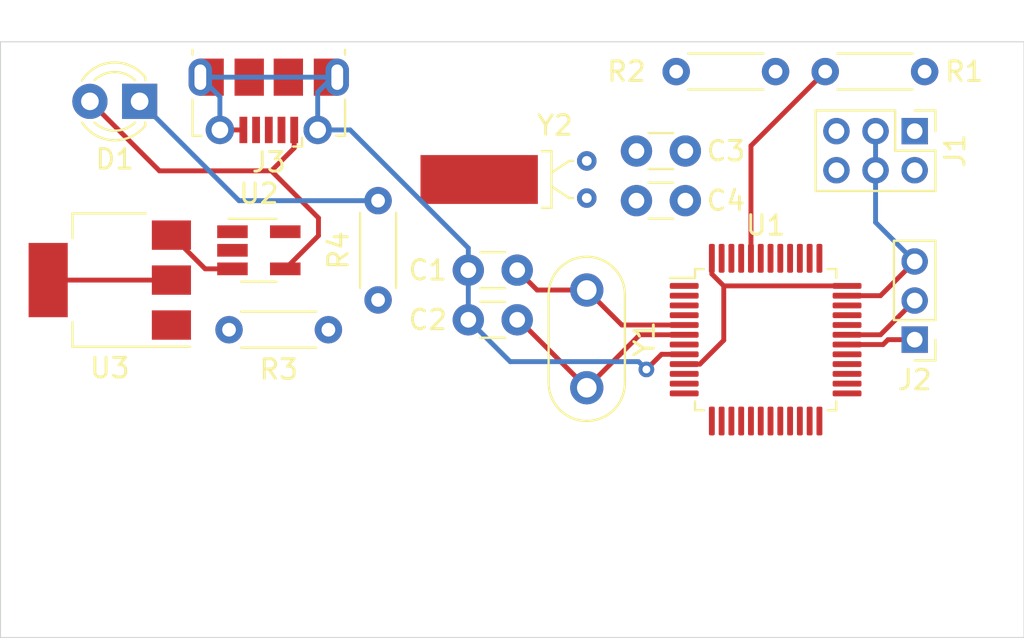
<source format=kicad_pcb>
(kicad_pcb (version 20171130) (host pcbnew "(5.1.10)-1")

  (general
    (thickness 1.6)
    (drawings 4)
    (tracks 55)
    (zones 0)
    (modules 17)
    (nets 18)
  )

  (page A4)
  (layers
    (0 F.Cu signal)
    (31 B.Cu signal)
    (32 B.Adhes user)
    (33 F.Adhes user)
    (34 B.Paste user)
    (35 F.Paste user)
    (36 B.SilkS user)
    (37 F.SilkS user)
    (38 B.Mask user)
    (39 F.Mask user)
    (40 Dwgs.User user)
    (41 Cmts.User user)
    (42 Eco1.User user)
    (43 Eco2.User user)
    (44 Edge.Cuts user)
    (45 Margin user)
    (46 B.CrtYd user)
    (47 F.CrtYd user)
    (48 B.Fab user)
    (49 F.Fab user)
  )

  (setup
    (last_trace_width 0.25)
    (trace_clearance 0.2)
    (zone_clearance 0.508)
    (zone_45_only no)
    (trace_min 0.2)
    (via_size 0.8)
    (via_drill 0.4)
    (via_min_size 0.4)
    (via_min_drill 0.3)
    (uvia_size 0.3)
    (uvia_drill 0.1)
    (uvias_allowed no)
    (uvia_min_size 0.2)
    (uvia_min_drill 0.1)
    (edge_width 0.05)
    (segment_width 0.2)
    (pcb_text_width 0.3)
    (pcb_text_size 1.5 1.5)
    (mod_edge_width 0.12)
    (mod_text_size 1 1)
    (mod_text_width 0.15)
    (pad_size 1.524 1.524)
    (pad_drill 0.762)
    (pad_to_mask_clearance 0)
    (aux_axis_origin 0 0)
    (visible_elements 7FFFFFFF)
    (pcbplotparams
      (layerselection 0x010fc_ffffffff)
      (usegerberextensions false)
      (usegerberattributes true)
      (usegerberadvancedattributes true)
      (creategerberjobfile true)
      (excludeedgelayer true)
      (linewidth 0.100000)
      (plotframeref false)
      (viasonmask false)
      (mode 1)
      (useauxorigin false)
      (hpglpennumber 1)
      (hpglpenspeed 20)
      (hpglpendiameter 15.000000)
      (psnegative false)
      (psa4output false)
      (plotreference true)
      (plotvalue true)
      (plotinvisibletext false)
      (padsonsilk false)
      (subtractmaskfromsilk false)
      (outputformat 1)
      (mirror false)
      (drillshape 1)
      (scaleselection 1)
      (outputdirectory ""))
  )

  (net 0 "")
  (net 1 GND)
  (net 2 "Net-(C1-Pad1)")
  (net 3 "Net-(C2-Pad1)")
  (net 4 "Net-(C3-Pad1)")
  (net 5 "Net-(C4-Pad1)")
  (net 6 VBUS)
  (net 7 "Net-(D1-Pad1)")
  (net 8 +3V3)
  (net 9 "Net-(J1-Pad5)")
  (net 10 "Net-(J1-Pad2)")
  (net 11 "Net-(J2-Pad2)")
  (net 12 "Net-(J2-Pad1)")
  (net 13 BOOT0)
  (net 14 BOOT1)
  (net 15 "Net-(R3-Pad2)")
  (net 16 "Net-(R4-Pad2)")
  (net 17 +BATT)

  (net_class Default "This is the default net class."
    (clearance 0.2)
    (trace_width 0.25)
    (via_dia 0.8)
    (via_drill 0.4)
    (uvia_dia 0.3)
    (uvia_drill 0.1)
    (add_net +3V3)
    (add_net +BATT)
    (add_net BOOT0)
    (add_net BOOT1)
    (add_net GND)
    (add_net "Net-(C1-Pad1)")
    (add_net "Net-(C2-Pad1)")
    (add_net "Net-(C3-Pad1)")
    (add_net "Net-(C4-Pad1)")
    (add_net "Net-(D1-Pad1)")
    (add_net "Net-(J1-Pad2)")
    (add_net "Net-(J1-Pad5)")
    (add_net "Net-(J2-Pad1)")
    (add_net "Net-(J2-Pad2)")
    (add_net "Net-(R3-Pad2)")
    (add_net "Net-(R4-Pad2)")
    (add_net VBUS)
  )

  (module Connector_USB:USB_Micro-B_Molex-105017-0001 (layer F.Cu) (tedit 5A1DC0BE) (tstamp 61A3F342)
    (at 47.244 33.528 180)
    (descr http://www.molex.com/pdm_docs/sd/1050170001_sd.pdf)
    (tags "Micro-USB SMD Typ-B")
    (path /61A524AD)
    (attr smd)
    (fp_text reference J3 (at 0 -3.1125) (layer F.SilkS)
      (effects (font (size 1 1) (thickness 0.15)))
    )
    (fp_text value USB_B_Micro (at 0.3 4.3375) (layer F.Fab)
      (effects (font (size 1 1) (thickness 0.15)))
    )
    (fp_line (start -4.4 3.64) (end 4.4 3.64) (layer F.CrtYd) (width 0.05))
    (fp_line (start 4.4 -2.46) (end 4.4 3.64) (layer F.CrtYd) (width 0.05))
    (fp_line (start -4.4 -2.46) (end 4.4 -2.46) (layer F.CrtYd) (width 0.05))
    (fp_line (start -4.4 3.64) (end -4.4 -2.46) (layer F.CrtYd) (width 0.05))
    (fp_line (start -3.9 -1.7625) (end -3.45 -1.7625) (layer F.SilkS) (width 0.12))
    (fp_line (start -3.9 0.0875) (end -3.9 -1.7625) (layer F.SilkS) (width 0.12))
    (fp_line (start 3.9 2.6375) (end 3.9 2.3875) (layer F.SilkS) (width 0.12))
    (fp_line (start 3.75 3.3875) (end 3.75 -1.6125) (layer F.Fab) (width 0.1))
    (fp_line (start -3 2.689204) (end 3 2.689204) (layer F.Fab) (width 0.1))
    (fp_line (start -3.75 3.389204) (end 3.75 3.389204) (layer F.Fab) (width 0.1))
    (fp_line (start -3.75 -1.6125) (end 3.75 -1.6125) (layer F.Fab) (width 0.1))
    (fp_line (start -3.75 3.3875) (end -3.75 -1.6125) (layer F.Fab) (width 0.1))
    (fp_line (start -3.9 2.6375) (end -3.9 2.3875) (layer F.SilkS) (width 0.12))
    (fp_line (start 3.9 0.0875) (end 3.9 -1.7625) (layer F.SilkS) (width 0.12))
    (fp_line (start 3.9 -1.7625) (end 3.45 -1.7625) (layer F.SilkS) (width 0.12))
    (fp_line (start -1.7 -2.3125) (end -1.25 -2.3125) (layer F.SilkS) (width 0.12))
    (fp_line (start -1.7 -2.3125) (end -1.7 -1.8625) (layer F.SilkS) (width 0.12))
    (fp_line (start -1.3 -1.7125) (end -1.5 -1.9125) (layer F.Fab) (width 0.1))
    (fp_line (start -1.1 -1.9125) (end -1.3 -1.7125) (layer F.Fab) (width 0.1))
    (fp_line (start -1.5 -2.1225) (end -1.1 -2.1225) (layer F.Fab) (width 0.1))
    (fp_line (start -1.5 -2.1225) (end -1.5 -1.9125) (layer F.Fab) (width 0.1))
    (fp_line (start -1.1 -2.1225) (end -1.1 -1.9125) (layer F.Fab) (width 0.1))
    (fp_text user %R (at 0 0.8875) (layer F.Fab)
      (effects (font (size 1 1) (thickness 0.15)))
    )
    (fp_text user "PCB Edge" (at 0 2.6875) (layer Dwgs.User)
      (effects (font (size 0.5 0.5) (thickness 0.08)))
    )
    (pad 6 smd rect (at -2.9 1.2375 180) (size 1.2 1.9) (layers F.Cu F.Mask)
      (net 1 GND))
    (pad 6 smd rect (at 2.9 1.2375 180) (size 1.2 1.9) (layers F.Cu F.Mask)
      (net 1 GND))
    (pad 6 thru_hole oval (at 3.5 1.2375 180) (size 1.2 1.9) (drill oval 0.6 1.3) (layers *.Cu *.Mask)
      (net 1 GND))
    (pad 6 thru_hole oval (at -3.5 1.2375) (size 1.2 1.9) (drill oval 0.6 1.3) (layers *.Cu *.Mask)
      (net 1 GND))
    (pad 6 smd rect (at -1 1.2375 180) (size 1.5 1.9) (layers F.Cu F.Paste F.Mask)
      (net 1 GND))
    (pad 6 thru_hole circle (at 2.5 -1.4625 180) (size 1.45 1.45) (drill 0.85) (layers *.Cu *.Mask)
      (net 1 GND))
    (pad 3 smd rect (at 0 -1.4625 180) (size 0.4 1.35) (layers F.Cu F.Paste F.Mask))
    (pad 4 smd rect (at 0.65 -1.4625 180) (size 0.4 1.35) (layers F.Cu F.Paste F.Mask))
    (pad 5 smd rect (at 1.3 -1.4625 180) (size 0.4 1.35) (layers F.Cu F.Paste F.Mask)
      (net 1 GND))
    (pad 1 smd rect (at -1.3 -1.4625 180) (size 0.4 1.35) (layers F.Cu F.Paste F.Mask)
      (net 6 VBUS))
    (pad 2 smd rect (at -0.65 -1.4625 180) (size 0.4 1.35) (layers F.Cu F.Paste F.Mask))
    (pad 6 thru_hole circle (at -2.5 -1.4625 180) (size 1.45 1.45) (drill 0.85) (layers *.Cu *.Mask)
      (net 1 GND))
    (pad 6 smd rect (at 1 1.2375 180) (size 1.5 1.9) (layers F.Cu F.Paste F.Mask)
      (net 1 GND))
    (model ${KISYS3DMOD}/Connector_USB.3dshapes/USB_Micro-B_Molex-105017-0001.wrl
      (at (xyz 0 0 0))
      (scale (xyz 1 1 1))
      (rotate (xyz 0 0 0))
    )
  )

  (module LED_THT:LED_D3.0mm (layer F.Cu) (tedit 587A3A7B) (tstamp 61A40905)
    (at 40.64 33.528 180)
    (descr "LED, diameter 3.0mm, 2 pins")
    (tags "LED diameter 3.0mm 2 pins")
    (path /61A84720)
    (fp_text reference D1 (at 1.27 -2.96) (layer F.SilkS)
      (effects (font (size 1 1) (thickness 0.15)))
    )
    (fp_text value Charge (at 1.27 2.96) (layer F.Fab)
      (effects (font (size 1 1) (thickness 0.15)))
    )
    (fp_line (start 3.7 -2.25) (end -1.15 -2.25) (layer F.CrtYd) (width 0.05))
    (fp_line (start 3.7 2.25) (end 3.7 -2.25) (layer F.CrtYd) (width 0.05))
    (fp_line (start -1.15 2.25) (end 3.7 2.25) (layer F.CrtYd) (width 0.05))
    (fp_line (start -1.15 -2.25) (end -1.15 2.25) (layer F.CrtYd) (width 0.05))
    (fp_line (start -0.29 1.08) (end -0.29 1.236) (layer F.SilkS) (width 0.12))
    (fp_line (start -0.29 -1.236) (end -0.29 -1.08) (layer F.SilkS) (width 0.12))
    (fp_line (start -0.23 -1.16619) (end -0.23 1.16619) (layer F.Fab) (width 0.1))
    (fp_circle (center 1.27 0) (end 2.77 0) (layer F.Fab) (width 0.1))
    (fp_arc (start 1.27 0) (end 0.229039 1.08) (angle -87.9) (layer F.SilkS) (width 0.12))
    (fp_arc (start 1.27 0) (end 0.229039 -1.08) (angle 87.9) (layer F.SilkS) (width 0.12))
    (fp_arc (start 1.27 0) (end -0.29 1.235516) (angle -108.8) (layer F.SilkS) (width 0.12))
    (fp_arc (start 1.27 0) (end -0.29 -1.235516) (angle 108.8) (layer F.SilkS) (width 0.12))
    (fp_arc (start 1.27 0) (end -0.23 -1.16619) (angle 284.3) (layer F.Fab) (width 0.1))
    (pad 2 thru_hole circle (at 2.54 0 180) (size 1.8 1.8) (drill 0.9) (layers *.Cu *.Mask)
      (net 6 VBUS))
    (pad 1 thru_hole rect (at 0 0 180) (size 1.8 1.8) (drill 0.9) (layers *.Cu *.Mask)
      (net 7 "Net-(D1-Pad1)"))
    (model ${KISYS3DMOD}/LED_THT.3dshapes/LED_D3.0mm.wrl
      (at (xyz 0 0 0))
      (scale (xyz 1 1 1))
      (rotate (xyz 0 0 0))
    )
  )

  (module Crystal:Crystal_DS26_D2.0mm_L6.0mm_Horizontal_1EP_style1 (layer F.Cu) (tedit 5A0FD1B2) (tstamp 61A3F446)
    (at 63.5 36.576 270)
    (descr "Crystal THT DS26 6.0mm length 2.0mm diameter http://www.microcrystal.com/images/_Product-Documentation/03_TF_metal_Packages/01_Datasheet/DS-Series.pdf")
    (tags ['DS26'])
    (path /61A3BB6D)
    (fp_text reference Y2 (at -1.82 1.625) (layer F.SilkS)
      (effects (font (size 1 1) (thickness 0.15)))
    )
    (fp_text value 32.768kHz (at 3.72 1.625) (layer F.Fab)
      (effects (font (size 1 1) (thickness 0.15)))
    )
    (fp_line (start -0.05 2) (end -0.05 8) (layer F.Fab) (width 0.1))
    (fp_line (start -0.05 8) (end 1.95 8) (layer F.Fab) (width 0.1))
    (fp_line (start 1.95 8) (end 1.95 2) (layer F.Fab) (width 0.1))
    (fp_line (start 1.95 2) (end -0.05 2) (layer F.Fab) (width 0.1))
    (fp_line (start 0.6 2) (end 0 1) (layer F.Fab) (width 0.1))
    (fp_line (start 0 1) (end 0 0) (layer F.Fab) (width 0.1))
    (fp_line (start 1.3 2) (end 1.9 1) (layer F.Fab) (width 0.1))
    (fp_line (start 1.9 1) (end 1.9 0) (layer F.Fab) (width 0.1))
    (fp_line (start -0.5 2.3) (end -0.5 1.8) (layer F.SilkS) (width 0.12))
    (fp_line (start -0.5 1.8) (end 2.4 1.8) (layer F.SilkS) (width 0.12))
    (fp_line (start 2.4 1.8) (end 2.4 2.3) (layer F.SilkS) (width 0.12))
    (fp_line (start 0.6 1.8) (end 0 0.9) (layer F.SilkS) (width 0.12))
    (fp_line (start 0 0.9) (end 0 0.7) (layer F.SilkS) (width 0.12))
    (fp_line (start 1.3 1.8) (end 1.9 0.9) (layer F.SilkS) (width 0.12))
    (fp_line (start 1.9 0.9) (end 1.9 0.7) (layer F.SilkS) (width 0.12))
    (fp_line (start -0.8 -0.8) (end -0.8 8.8) (layer F.CrtYd) (width 0.05))
    (fp_line (start -0.8 8.8) (end 2.7 8.8) (layer F.CrtYd) (width 0.05))
    (fp_line (start 2.7 8.8) (end 2.7 -0.8) (layer F.CrtYd) (width 0.05))
    (fp_line (start 2.7 -0.8) (end -0.8 -0.8) (layer F.CrtYd) (width 0.05))
    (fp_text user %R (at 1 5.25) (layer F.Fab)
      (effects (font (size 0.7 0.7) (thickness 0.105)))
    )
    (pad 3 smd rect (at 0.95 5.5 270) (size 2.5 6) (layers F.Cu F.Paste F.Mask))
    (pad 2 thru_hole circle (at 1.9 0 270) (size 1 1) (drill 0.5) (layers *.Cu *.Mask)
      (net 5 "Net-(C4-Pad1)"))
    (pad 1 thru_hole circle (at 0 0 270) (size 1 1) (drill 0.5) (layers *.Cu *.Mask)
      (net 4 "Net-(C3-Pad1)"))
    (model ${KISYS3DMOD}/Crystal.3dshapes/Crystal_DS26_D2.0mm_L6.0mm_Horizontal_1EP_style1.wrl
      (at (xyz 0 0 0))
      (scale (xyz 1 1 1))
      (rotate (xyz 0 0 0))
    )
  )

  (module Crystal:Resonator-2Pin_W8.0mm_H3.5mm (layer F.Cu) (tedit 5A0FD1B2) (tstamp 61A3F7D5)
    (at 63.5 43.18 270)
    (descr "Ceramic Resomator/Filter 8.0x3.5mm^2, length*width=8.0x3.5mm^2 package, package length=8.0mm, package width=3.5mm, 2 pins")
    (tags "THT ceramic resonator filter")
    (path /61A35862)
    (fp_text reference Y1 (at 2.5 -2.95 90) (layer F.SilkS)
      (effects (font (size 1 1) (thickness 0.15)))
    )
    (fp_text value 8MHz (at 2.5 2.95 90) (layer F.Fab)
      (effects (font (size 1 1) (thickness 0.15)))
    )
    (fp_line (start 0.25 -1.75) (end 4.75 -1.75) (layer F.Fab) (width 0.1))
    (fp_line (start 0.25 1.75) (end 4.75 1.75) (layer F.Fab) (width 0.1))
    (fp_line (start 0.25 -1.75) (end 4.75 -1.75) (layer F.Fab) (width 0.1))
    (fp_line (start 0.25 1.75) (end 4.75 1.75) (layer F.Fab) (width 0.1))
    (fp_line (start 0.25 -1.95) (end 4.75 -1.95) (layer F.SilkS) (width 0.12))
    (fp_line (start 0.25 1.95) (end 4.75 1.95) (layer F.SilkS) (width 0.12))
    (fp_line (start -2 -2.2) (end -2 2.2) (layer F.CrtYd) (width 0.05))
    (fp_line (start -2 2.2) (end 7 2.2) (layer F.CrtYd) (width 0.05))
    (fp_line (start 7 2.2) (end 7 -2.2) (layer F.CrtYd) (width 0.05))
    (fp_line (start 7 -2.2) (end -2 -2.2) (layer F.CrtYd) (width 0.05))
    (fp_arc (start 4.75 0) (end 4.75 -1.95) (angle 180) (layer F.SilkS) (width 0.12))
    (fp_arc (start 0.25 0) (end 0.25 -1.95) (angle -180) (layer F.SilkS) (width 0.12))
    (fp_arc (start 4.75 0) (end 4.75 -1.75) (angle 180) (layer F.Fab) (width 0.1))
    (fp_arc (start 0.25 0) (end 0.25 -1.75) (angle -180) (layer F.Fab) (width 0.1))
    (fp_arc (start 4.75 0) (end 4.75 -1.75) (angle 180) (layer F.Fab) (width 0.1))
    (fp_arc (start 0.25 0) (end 0.25 -1.75) (angle -180) (layer F.Fab) (width 0.1))
    (fp_text user %R (at 2.5 0 90) (layer F.Fab)
      (effects (font (size 1 1) (thickness 0.15)))
    )
    (pad 2 thru_hole circle (at 5 0 270) (size 1.7 1.7) (drill 1) (layers *.Cu *.Mask)
      (net 3 "Net-(C2-Pad1)"))
    (pad 1 thru_hole circle (at 0 0 270) (size 1.7 1.7) (drill 1) (layers *.Cu *.Mask)
      (net 2 "Net-(C1-Pad1)"))
    (model ${KISYS3DMOD}/Crystal.3dshapes/Resonator-2Pin_W8.0mm_H3.5mm.wrl
      (at (xyz 0 0 0))
      (scale (xyz 1 1 1))
      (rotate (xyz 0 0 0))
    )
  )

  (module Package_TO_SOT_SMD:SOT-223-3_TabPin2 (layer F.Cu) (tedit 5A02FF57) (tstamp 61A3F414)
    (at 39.116 42.672 180)
    (descr "module CMS SOT223 4 pins")
    (tags "CMS SOT")
    (path /61A69BB0)
    (attr smd)
    (fp_text reference U3 (at 0 -4.5) (layer F.SilkS)
      (effects (font (size 1 1) (thickness 0.15)))
    )
    (fp_text value AP1117-33 (at 0 4.5) (layer F.Fab)
      (effects (font (size 1 1) (thickness 0.15)))
    )
    (fp_line (start 1.91 3.41) (end 1.91 2.15) (layer F.SilkS) (width 0.12))
    (fp_line (start 1.91 -3.41) (end 1.91 -2.15) (layer F.SilkS) (width 0.12))
    (fp_line (start 4.4 -3.6) (end -4.4 -3.6) (layer F.CrtYd) (width 0.05))
    (fp_line (start 4.4 3.6) (end 4.4 -3.6) (layer F.CrtYd) (width 0.05))
    (fp_line (start -4.4 3.6) (end 4.4 3.6) (layer F.CrtYd) (width 0.05))
    (fp_line (start -4.4 -3.6) (end -4.4 3.6) (layer F.CrtYd) (width 0.05))
    (fp_line (start -1.85 -2.35) (end -0.85 -3.35) (layer F.Fab) (width 0.1))
    (fp_line (start -1.85 -2.35) (end -1.85 3.35) (layer F.Fab) (width 0.1))
    (fp_line (start -1.85 3.41) (end 1.91 3.41) (layer F.SilkS) (width 0.12))
    (fp_line (start -0.85 -3.35) (end 1.85 -3.35) (layer F.Fab) (width 0.1))
    (fp_line (start -4.1 -3.41) (end 1.91 -3.41) (layer F.SilkS) (width 0.12))
    (fp_line (start -1.85 3.35) (end 1.85 3.35) (layer F.Fab) (width 0.1))
    (fp_line (start 1.85 -3.35) (end 1.85 3.35) (layer F.Fab) (width 0.1))
    (fp_text user %R (at 0 0 90) (layer F.Fab)
      (effects (font (size 0.8 0.8) (thickness 0.12)))
    )
    (pad 1 smd rect (at -3.15 -2.3 180) (size 2 1.5) (layers F.Cu F.Paste F.Mask)
      (net 1 GND))
    (pad 3 smd rect (at -3.15 2.3 180) (size 2 1.5) (layers F.Cu F.Paste F.Mask)
      (net 17 +BATT))
    (pad 2 smd rect (at -3.15 0 180) (size 2 1.5) (layers F.Cu F.Paste F.Mask)
      (net 8 +3V3))
    (pad 2 smd rect (at 3.15 0 180) (size 2 3.8) (layers F.Cu F.Paste F.Mask)
      (net 8 +3V3))
    (model ${KISYS3DMOD}/Package_TO_SOT_SMD.3dshapes/SOT-223.wrl
      (at (xyz 0 0 0))
      (scale (xyz 1 1 1))
      (rotate (xyz 0 0 0))
    )
  )

  (module Package_TO_SOT_SMD:SOT-23-5_HandSoldering (layer F.Cu) (tedit 5A0AB76C) (tstamp 61A3F3FE)
    (at 46.736 41.148)
    (descr "5-pin SOT23 package")
    (tags "SOT-23-5 hand-soldering")
    (path /61A782D4)
    (attr smd)
    (fp_text reference U2 (at 0 -2.9) (layer F.SilkS)
      (effects (font (size 1 1) (thickness 0.15)))
    )
    (fp_text value WS4518E (at 0 2.9) (layer F.Fab)
      (effects (font (size 1 1) (thickness 0.15)))
    )
    (fp_line (start -0.9 1.61) (end 0.9 1.61) (layer F.SilkS) (width 0.12))
    (fp_line (start 0.9 -1.61) (end -1.55 -1.61) (layer F.SilkS) (width 0.12))
    (fp_line (start -0.9 -0.9) (end -0.25 -1.55) (layer F.Fab) (width 0.1))
    (fp_line (start 0.9 -1.55) (end -0.25 -1.55) (layer F.Fab) (width 0.1))
    (fp_line (start -0.9 -0.9) (end -0.9 1.55) (layer F.Fab) (width 0.1))
    (fp_line (start 0.9 1.55) (end -0.9 1.55) (layer F.Fab) (width 0.1))
    (fp_line (start 0.9 -1.55) (end 0.9 1.55) (layer F.Fab) (width 0.1))
    (fp_line (start -2.38 -1.8) (end 2.38 -1.8) (layer F.CrtYd) (width 0.05))
    (fp_line (start -2.38 -1.8) (end -2.38 1.8) (layer F.CrtYd) (width 0.05))
    (fp_line (start 2.38 1.8) (end 2.38 -1.8) (layer F.CrtYd) (width 0.05))
    (fp_line (start 2.38 1.8) (end -2.38 1.8) (layer F.CrtYd) (width 0.05))
    (fp_text user %R (at 0 0 90) (layer F.Fab)
      (effects (font (size 0.5 0.5) (thickness 0.075)))
    )
    (pad 5 smd rect (at 1.35 -0.95) (size 1.56 0.65) (layers F.Cu F.Paste F.Mask)
      (net 15 "Net-(R3-Pad2)"))
    (pad 4 smd rect (at 1.35 0.95) (size 1.56 0.65) (layers F.Cu F.Paste F.Mask)
      (net 6 VBUS))
    (pad 3 smd rect (at -1.35 0.95) (size 1.56 0.65) (layers F.Cu F.Paste F.Mask)
      (net 17 +BATT))
    (pad 2 smd rect (at -1.35 0) (size 1.56 0.65) (layers F.Cu F.Paste F.Mask)
      (net 1 GND))
    (pad 1 smd rect (at -1.35 -0.95) (size 1.56 0.65) (layers F.Cu F.Paste F.Mask)
      (net 16 "Net-(R4-Pad2)"))
    (model ${KISYS3DMOD}/Package_TO_SOT_SMD.3dshapes/SOT-23-5.wrl
      (at (xyz 0 0 0))
      (scale (xyz 1 1 1))
      (rotate (xyz 0 0 0))
    )
  )

  (module Package_QFP:LQFP-48_7x7mm_P0.5mm (layer F.Cu) (tedit 5D9F72AF) (tstamp 61A40299)
    (at 72.644 45.72)
    (descr "LQFP, 48 Pin (https://www.analog.com/media/en/technical-documentation/data-sheets/ltc2358-16.pdf), generated with kicad-footprint-generator ipc_gullwing_generator.py")
    (tags "LQFP QFP")
    (path /61A33571)
    (attr smd)
    (fp_text reference U1 (at 0 -5.85) (layer F.SilkS)
      (effects (font (size 1 1) (thickness 0.15)))
    )
    (fp_text value STM32F103C8T6 (at 0 5.85) (layer F.Fab)
      (effects (font (size 1 1) (thickness 0.15)))
    )
    (fp_line (start 3.16 3.61) (end 3.61 3.61) (layer F.SilkS) (width 0.12))
    (fp_line (start 3.61 3.61) (end 3.61 3.16) (layer F.SilkS) (width 0.12))
    (fp_line (start -3.16 3.61) (end -3.61 3.61) (layer F.SilkS) (width 0.12))
    (fp_line (start -3.61 3.61) (end -3.61 3.16) (layer F.SilkS) (width 0.12))
    (fp_line (start 3.16 -3.61) (end 3.61 -3.61) (layer F.SilkS) (width 0.12))
    (fp_line (start 3.61 -3.61) (end 3.61 -3.16) (layer F.SilkS) (width 0.12))
    (fp_line (start -3.16 -3.61) (end -3.61 -3.61) (layer F.SilkS) (width 0.12))
    (fp_line (start -3.61 -3.61) (end -3.61 -3.16) (layer F.SilkS) (width 0.12))
    (fp_line (start -3.61 -3.16) (end -4.9 -3.16) (layer F.SilkS) (width 0.12))
    (fp_line (start -2.5 -3.5) (end 3.5 -3.5) (layer F.Fab) (width 0.1))
    (fp_line (start 3.5 -3.5) (end 3.5 3.5) (layer F.Fab) (width 0.1))
    (fp_line (start 3.5 3.5) (end -3.5 3.5) (layer F.Fab) (width 0.1))
    (fp_line (start -3.5 3.5) (end -3.5 -2.5) (layer F.Fab) (width 0.1))
    (fp_line (start -3.5 -2.5) (end -2.5 -3.5) (layer F.Fab) (width 0.1))
    (fp_line (start 0 -5.15) (end -3.15 -5.15) (layer F.CrtYd) (width 0.05))
    (fp_line (start -3.15 -5.15) (end -3.15 -3.75) (layer F.CrtYd) (width 0.05))
    (fp_line (start -3.15 -3.75) (end -3.75 -3.75) (layer F.CrtYd) (width 0.05))
    (fp_line (start -3.75 -3.75) (end -3.75 -3.15) (layer F.CrtYd) (width 0.05))
    (fp_line (start -3.75 -3.15) (end -5.15 -3.15) (layer F.CrtYd) (width 0.05))
    (fp_line (start -5.15 -3.15) (end -5.15 0) (layer F.CrtYd) (width 0.05))
    (fp_line (start 0 -5.15) (end 3.15 -5.15) (layer F.CrtYd) (width 0.05))
    (fp_line (start 3.15 -5.15) (end 3.15 -3.75) (layer F.CrtYd) (width 0.05))
    (fp_line (start 3.15 -3.75) (end 3.75 -3.75) (layer F.CrtYd) (width 0.05))
    (fp_line (start 3.75 -3.75) (end 3.75 -3.15) (layer F.CrtYd) (width 0.05))
    (fp_line (start 3.75 -3.15) (end 5.15 -3.15) (layer F.CrtYd) (width 0.05))
    (fp_line (start 5.15 -3.15) (end 5.15 0) (layer F.CrtYd) (width 0.05))
    (fp_line (start 0 5.15) (end -3.15 5.15) (layer F.CrtYd) (width 0.05))
    (fp_line (start -3.15 5.15) (end -3.15 3.75) (layer F.CrtYd) (width 0.05))
    (fp_line (start -3.15 3.75) (end -3.75 3.75) (layer F.CrtYd) (width 0.05))
    (fp_line (start -3.75 3.75) (end -3.75 3.15) (layer F.CrtYd) (width 0.05))
    (fp_line (start -3.75 3.15) (end -5.15 3.15) (layer F.CrtYd) (width 0.05))
    (fp_line (start -5.15 3.15) (end -5.15 0) (layer F.CrtYd) (width 0.05))
    (fp_line (start 0 5.15) (end 3.15 5.15) (layer F.CrtYd) (width 0.05))
    (fp_line (start 3.15 5.15) (end 3.15 3.75) (layer F.CrtYd) (width 0.05))
    (fp_line (start 3.15 3.75) (end 3.75 3.75) (layer F.CrtYd) (width 0.05))
    (fp_line (start 3.75 3.75) (end 3.75 3.15) (layer F.CrtYd) (width 0.05))
    (fp_line (start 3.75 3.15) (end 5.15 3.15) (layer F.CrtYd) (width 0.05))
    (fp_line (start 5.15 3.15) (end 5.15 0) (layer F.CrtYd) (width 0.05))
    (fp_text user %R (at 0 0) (layer F.Fab)
      (effects (font (size 1 1) (thickness 0.15)))
    )
    (pad 48 smd roundrect (at -2.75 -4.1625) (size 0.3 1.475) (layers F.Cu F.Paste F.Mask) (roundrect_rratio 0.25)
      (net 8 +3V3))
    (pad 47 smd roundrect (at -2.25 -4.1625) (size 0.3 1.475) (layers F.Cu F.Paste F.Mask) (roundrect_rratio 0.25)
      (net 1 GND))
    (pad 46 smd roundrect (at -1.75 -4.1625) (size 0.3 1.475) (layers F.Cu F.Paste F.Mask) (roundrect_rratio 0.25))
    (pad 45 smd roundrect (at -1.25 -4.1625) (size 0.3 1.475) (layers F.Cu F.Paste F.Mask) (roundrect_rratio 0.25))
    (pad 44 smd roundrect (at -0.75 -4.1625) (size 0.3 1.475) (layers F.Cu F.Paste F.Mask) (roundrect_rratio 0.25)
      (net 13 BOOT0))
    (pad 43 smd roundrect (at -0.25 -4.1625) (size 0.3 1.475) (layers F.Cu F.Paste F.Mask) (roundrect_rratio 0.25))
    (pad 42 smd roundrect (at 0.25 -4.1625) (size 0.3 1.475) (layers F.Cu F.Paste F.Mask) (roundrect_rratio 0.25))
    (pad 41 smd roundrect (at 0.75 -4.1625) (size 0.3 1.475) (layers F.Cu F.Paste F.Mask) (roundrect_rratio 0.25))
    (pad 40 smd roundrect (at 1.25 -4.1625) (size 0.3 1.475) (layers F.Cu F.Paste F.Mask) (roundrect_rratio 0.25))
    (pad 39 smd roundrect (at 1.75 -4.1625) (size 0.3 1.475) (layers F.Cu F.Paste F.Mask) (roundrect_rratio 0.25))
    (pad 38 smd roundrect (at 2.25 -4.1625) (size 0.3 1.475) (layers F.Cu F.Paste F.Mask) (roundrect_rratio 0.25))
    (pad 37 smd roundrect (at 2.75 -4.1625) (size 0.3 1.475) (layers F.Cu F.Paste F.Mask) (roundrect_rratio 0.25))
    (pad 36 smd roundrect (at 4.1625 -2.75) (size 1.475 0.3) (layers F.Cu F.Paste F.Mask) (roundrect_rratio 0.25)
      (net 8 +3V3))
    (pad 35 smd roundrect (at 4.1625 -2.25) (size 1.475 0.3) (layers F.Cu F.Paste F.Mask) (roundrect_rratio 0.25)
      (net 1 GND))
    (pad 34 smd roundrect (at 4.1625 -1.75) (size 1.475 0.3) (layers F.Cu F.Paste F.Mask) (roundrect_rratio 0.25))
    (pad 33 smd roundrect (at 4.1625 -1.25) (size 1.475 0.3) (layers F.Cu F.Paste F.Mask) (roundrect_rratio 0.25))
    (pad 32 smd roundrect (at 4.1625 -0.75) (size 1.475 0.3) (layers F.Cu F.Paste F.Mask) (roundrect_rratio 0.25))
    (pad 31 smd roundrect (at 4.1625 -0.25) (size 1.475 0.3) (layers F.Cu F.Paste F.Mask) (roundrect_rratio 0.25)
      (net 11 "Net-(J2-Pad2)"))
    (pad 30 smd roundrect (at 4.1625 0.25) (size 1.475 0.3) (layers F.Cu F.Paste F.Mask) (roundrect_rratio 0.25)
      (net 12 "Net-(J2-Pad1)"))
    (pad 29 smd roundrect (at 4.1625 0.75) (size 1.475 0.3) (layers F.Cu F.Paste F.Mask) (roundrect_rratio 0.25))
    (pad 28 smd roundrect (at 4.1625 1.25) (size 1.475 0.3) (layers F.Cu F.Paste F.Mask) (roundrect_rratio 0.25))
    (pad 27 smd roundrect (at 4.1625 1.75) (size 1.475 0.3) (layers F.Cu F.Paste F.Mask) (roundrect_rratio 0.25))
    (pad 26 smd roundrect (at 4.1625 2.25) (size 1.475 0.3) (layers F.Cu F.Paste F.Mask) (roundrect_rratio 0.25))
    (pad 25 smd roundrect (at 4.1625 2.75) (size 1.475 0.3) (layers F.Cu F.Paste F.Mask) (roundrect_rratio 0.25))
    (pad 24 smd roundrect (at 2.75 4.1625) (size 0.3 1.475) (layers F.Cu F.Paste F.Mask) (roundrect_rratio 0.25)
      (net 8 +3V3))
    (pad 23 smd roundrect (at 2.25 4.1625) (size 0.3 1.475) (layers F.Cu F.Paste F.Mask) (roundrect_rratio 0.25)
      (net 1 GND))
    (pad 22 smd roundrect (at 1.75 4.1625) (size 0.3 1.475) (layers F.Cu F.Paste F.Mask) (roundrect_rratio 0.25))
    (pad 21 smd roundrect (at 1.25 4.1625) (size 0.3 1.475) (layers F.Cu F.Paste F.Mask) (roundrect_rratio 0.25))
    (pad 20 smd roundrect (at 0.75 4.1625) (size 0.3 1.475) (layers F.Cu F.Paste F.Mask) (roundrect_rratio 0.25)
      (net 14 BOOT1))
    (pad 19 smd roundrect (at 0.25 4.1625) (size 0.3 1.475) (layers F.Cu F.Paste F.Mask) (roundrect_rratio 0.25))
    (pad 18 smd roundrect (at -0.25 4.1625) (size 0.3 1.475) (layers F.Cu F.Paste F.Mask) (roundrect_rratio 0.25))
    (pad 17 smd roundrect (at -0.75 4.1625) (size 0.3 1.475) (layers F.Cu F.Paste F.Mask) (roundrect_rratio 0.25))
    (pad 16 smd roundrect (at -1.25 4.1625) (size 0.3 1.475) (layers F.Cu F.Paste F.Mask) (roundrect_rratio 0.25))
    (pad 15 smd roundrect (at -1.75 4.1625) (size 0.3 1.475) (layers F.Cu F.Paste F.Mask) (roundrect_rratio 0.25))
    (pad 14 smd roundrect (at -2.25 4.1625) (size 0.3 1.475) (layers F.Cu F.Paste F.Mask) (roundrect_rratio 0.25))
    (pad 13 smd roundrect (at -2.75 4.1625) (size 0.3 1.475) (layers F.Cu F.Paste F.Mask) (roundrect_rratio 0.25))
    (pad 12 smd roundrect (at -4.1625 2.75) (size 1.475 0.3) (layers F.Cu F.Paste F.Mask) (roundrect_rratio 0.25))
    (pad 11 smd roundrect (at -4.1625 2.25) (size 1.475 0.3) (layers F.Cu F.Paste F.Mask) (roundrect_rratio 0.25))
    (pad 10 smd roundrect (at -4.1625 1.75) (size 1.475 0.3) (layers F.Cu F.Paste F.Mask) (roundrect_rratio 0.25))
    (pad 9 smd roundrect (at -4.1625 1.25) (size 1.475 0.3) (layers F.Cu F.Paste F.Mask) (roundrect_rratio 0.25)
      (net 8 +3V3))
    (pad 8 smd roundrect (at -4.1625 0.75) (size 1.475 0.3) (layers F.Cu F.Paste F.Mask) (roundrect_rratio 0.25)
      (net 1 GND))
    (pad 7 smd roundrect (at -4.1625 0.25) (size 1.475 0.3) (layers F.Cu F.Paste F.Mask) (roundrect_rratio 0.25))
    (pad 6 smd roundrect (at -4.1625 -0.25) (size 1.475 0.3) (layers F.Cu F.Paste F.Mask) (roundrect_rratio 0.25)
      (net 3 "Net-(C2-Pad1)"))
    (pad 5 smd roundrect (at -4.1625 -0.75) (size 1.475 0.3) (layers F.Cu F.Paste F.Mask) (roundrect_rratio 0.25)
      (net 2 "Net-(C1-Pad1)"))
    (pad 4 smd roundrect (at -4.1625 -1.25) (size 1.475 0.3) (layers F.Cu F.Paste F.Mask) (roundrect_rratio 0.25)
      (net 5 "Net-(C4-Pad1)"))
    (pad 3 smd roundrect (at -4.1625 -1.75) (size 1.475 0.3) (layers F.Cu F.Paste F.Mask) (roundrect_rratio 0.25)
      (net 4 "Net-(C3-Pad1)"))
    (pad 2 smd roundrect (at -4.1625 -2.25) (size 1.475 0.3) (layers F.Cu F.Paste F.Mask) (roundrect_rratio 0.25))
    (pad 1 smd roundrect (at -4.1625 -2.75) (size 1.475 0.3) (layers F.Cu F.Paste F.Mask) (roundrect_rratio 0.25)
      (net 17 +BATT))
    (model ${KISYS3DMOD}/Package_QFP.3dshapes/LQFP-48_7x7mm_P0.5mm.wrl
      (at (xyz 0 0 0))
      (scale (xyz 1 1 1))
      (rotate (xyz 0 0 0))
    )
  )

  (module Resistor_THT:R_Axial_DIN0204_L3.6mm_D1.6mm_P5.08mm_Horizontal (layer F.Cu) (tedit 5AE5139B) (tstamp 61A3F38E)
    (at 52.832 38.608 270)
    (descr "Resistor, Axial_DIN0204 series, Axial, Horizontal, pin pitch=5.08mm, 0.167W, length*diameter=3.6*1.6mm^2, http://cdn-reichelt.de/documents/datenblatt/B400/1_4W%23YAG.pdf")
    (tags "Resistor Axial_DIN0204 series Axial Horizontal pin pitch 5.08mm 0.167W length 3.6mm diameter 1.6mm")
    (path /61A86657)
    (fp_text reference R4 (at 2.54 2.032 90) (layer F.SilkS)
      (effects (font (size 1 1) (thickness 0.15)))
    )
    (fp_text value 10k (at 2.54 1.92 90) (layer F.Fab)
      (effects (font (size 1 1) (thickness 0.15)))
    )
    (fp_line (start 0.74 -0.8) (end 0.74 0.8) (layer F.Fab) (width 0.1))
    (fp_line (start 0.74 0.8) (end 4.34 0.8) (layer F.Fab) (width 0.1))
    (fp_line (start 4.34 0.8) (end 4.34 -0.8) (layer F.Fab) (width 0.1))
    (fp_line (start 4.34 -0.8) (end 0.74 -0.8) (layer F.Fab) (width 0.1))
    (fp_line (start 0 0) (end 0.74 0) (layer F.Fab) (width 0.1))
    (fp_line (start 5.08 0) (end 4.34 0) (layer F.Fab) (width 0.1))
    (fp_line (start 0.62 -0.92) (end 4.46 -0.92) (layer F.SilkS) (width 0.12))
    (fp_line (start 0.62 0.92) (end 4.46 0.92) (layer F.SilkS) (width 0.12))
    (fp_line (start -0.95 -1.05) (end -0.95 1.05) (layer F.CrtYd) (width 0.05))
    (fp_line (start -0.95 1.05) (end 6.03 1.05) (layer F.CrtYd) (width 0.05))
    (fp_line (start 6.03 1.05) (end 6.03 -1.05) (layer F.CrtYd) (width 0.05))
    (fp_line (start 6.03 -1.05) (end -0.95 -1.05) (layer F.CrtYd) (width 0.05))
    (fp_text user %R (at 2.54 0 90) (layer F.Fab)
      (effects (font (size 0.72 0.72) (thickness 0.108)))
    )
    (pad 2 thru_hole oval (at 5.08 0 270) (size 1.4 1.4) (drill 0.7) (layers *.Cu *.Mask)
      (net 16 "Net-(R4-Pad2)"))
    (pad 1 thru_hole circle (at 0 0 270) (size 1.4 1.4) (drill 0.7) (layers *.Cu *.Mask)
      (net 7 "Net-(D1-Pad1)"))
    (model ${KISYS3DMOD}/Resistor_THT.3dshapes/R_Axial_DIN0204_L3.6mm_D1.6mm_P5.08mm_Horizontal.wrl
      (at (xyz 0 0 0))
      (scale (xyz 1 1 1))
      (rotate (xyz 0 0 0))
    )
  )

  (module Resistor_THT:R_Axial_DIN0204_L3.6mm_D1.6mm_P5.08mm_Horizontal (layer F.Cu) (tedit 5AE5139B) (tstamp 61A414BE)
    (at 45.212 45.212)
    (descr "Resistor, Axial_DIN0204 series, Axial, Horizontal, pin pitch=5.08mm, 0.167W, length*diameter=3.6*1.6mm^2, http://cdn-reichelt.de/documents/datenblatt/B400/1_4W%23YAG.pdf")
    (tags "Resistor Axial_DIN0204 series Axial Horizontal pin pitch 5.08mm 0.167W length 3.6mm diameter 1.6mm")
    (path /61A7F9E7)
    (fp_text reference R3 (at 2.54 2.032) (layer F.SilkS)
      (effects (font (size 1 1) (thickness 0.15)))
    )
    (fp_text value 10k (at 2.54 1.92) (layer F.Fab)
      (effects (font (size 1 1) (thickness 0.15)))
    )
    (fp_line (start 0.74 -0.8) (end 0.74 0.8) (layer F.Fab) (width 0.1))
    (fp_line (start 0.74 0.8) (end 4.34 0.8) (layer F.Fab) (width 0.1))
    (fp_line (start 4.34 0.8) (end 4.34 -0.8) (layer F.Fab) (width 0.1))
    (fp_line (start 4.34 -0.8) (end 0.74 -0.8) (layer F.Fab) (width 0.1))
    (fp_line (start 0 0) (end 0.74 0) (layer F.Fab) (width 0.1))
    (fp_line (start 5.08 0) (end 4.34 0) (layer F.Fab) (width 0.1))
    (fp_line (start 0.62 -0.92) (end 4.46 -0.92) (layer F.SilkS) (width 0.12))
    (fp_line (start 0.62 0.92) (end 4.46 0.92) (layer F.SilkS) (width 0.12))
    (fp_line (start -0.95 -1.05) (end -0.95 1.05) (layer F.CrtYd) (width 0.05))
    (fp_line (start -0.95 1.05) (end 6.03 1.05) (layer F.CrtYd) (width 0.05))
    (fp_line (start 6.03 1.05) (end 6.03 -1.05) (layer F.CrtYd) (width 0.05))
    (fp_line (start 6.03 -1.05) (end -0.95 -1.05) (layer F.CrtYd) (width 0.05))
    (fp_text user %R (at 2.54 0) (layer F.Fab)
      (effects (font (size 0.72 0.72) (thickness 0.108)))
    )
    (pad 2 thru_hole oval (at 5.08 0) (size 1.4 1.4) (drill 0.7) (layers *.Cu *.Mask)
      (net 15 "Net-(R3-Pad2)"))
    (pad 1 thru_hole circle (at 0 0) (size 1.4 1.4) (drill 0.7) (layers *.Cu *.Mask)
      (net 1 GND))
    (model ${KISYS3DMOD}/Resistor_THT.3dshapes/R_Axial_DIN0204_L3.6mm_D1.6mm_P5.08mm_Horizontal.wrl
      (at (xyz 0 0 0))
      (scale (xyz 1 1 1))
      (rotate (xyz 0 0 0))
    )
  )

  (module Resistor_THT:R_Axial_DIN0204_L3.6mm_D1.6mm_P5.08mm_Horizontal (layer F.Cu) (tedit 5AE5139B) (tstamp 61A3F368)
    (at 68.072 32.004)
    (descr "Resistor, Axial_DIN0204 series, Axial, Horizontal, pin pitch=5.08mm, 0.167W, length*diameter=3.6*1.6mm^2, http://cdn-reichelt.de/documents/datenblatt/B400/1_4W%23YAG.pdf")
    (tags "Resistor Axial_DIN0204 series Axial Horizontal pin pitch 5.08mm 0.167W length 3.6mm diameter 1.6mm")
    (path /61A5B290)
    (fp_text reference R2 (at -2.54 0) (layer F.SilkS)
      (effects (font (size 1 1) (thickness 0.15)))
    )
    (fp_text value 100k (at 2.54 1.92) (layer F.Fab)
      (effects (font (size 1 1) (thickness 0.15)))
    )
    (fp_line (start 0.74 -0.8) (end 0.74 0.8) (layer F.Fab) (width 0.1))
    (fp_line (start 0.74 0.8) (end 4.34 0.8) (layer F.Fab) (width 0.1))
    (fp_line (start 4.34 0.8) (end 4.34 -0.8) (layer F.Fab) (width 0.1))
    (fp_line (start 4.34 -0.8) (end 0.74 -0.8) (layer F.Fab) (width 0.1))
    (fp_line (start 0 0) (end 0.74 0) (layer F.Fab) (width 0.1))
    (fp_line (start 5.08 0) (end 4.34 0) (layer F.Fab) (width 0.1))
    (fp_line (start 0.62 -0.92) (end 4.46 -0.92) (layer F.SilkS) (width 0.12))
    (fp_line (start 0.62 0.92) (end 4.46 0.92) (layer F.SilkS) (width 0.12))
    (fp_line (start -0.95 -1.05) (end -0.95 1.05) (layer F.CrtYd) (width 0.05))
    (fp_line (start -0.95 1.05) (end 6.03 1.05) (layer F.CrtYd) (width 0.05))
    (fp_line (start 6.03 1.05) (end 6.03 -1.05) (layer F.CrtYd) (width 0.05))
    (fp_line (start 6.03 -1.05) (end -0.95 -1.05) (layer F.CrtYd) (width 0.05))
    (fp_text user %R (at 2.54 0) (layer F.Fab)
      (effects (font (size 0.72 0.72) (thickness 0.108)))
    )
    (pad 2 thru_hole oval (at 5.08 0) (size 1.4 1.4) (drill 0.7) (layers *.Cu *.Mask)
      (net 9 "Net-(J1-Pad5)"))
    (pad 1 thru_hole circle (at 0 0) (size 1.4 1.4) (drill 0.7) (layers *.Cu *.Mask)
      (net 14 BOOT1))
    (model ${KISYS3DMOD}/Resistor_THT.3dshapes/R_Axial_DIN0204_L3.6mm_D1.6mm_P5.08mm_Horizontal.wrl
      (at (xyz 0 0 0))
      (scale (xyz 1 1 1))
      (rotate (xyz 0 0 0))
    )
  )

  (module Resistor_THT:R_Axial_DIN0204_L3.6mm_D1.6mm_P5.08mm_Horizontal (layer F.Cu) (tedit 5AE5139B) (tstamp 61A3F355)
    (at 80.772 32.004 180)
    (descr "Resistor, Axial_DIN0204 series, Axial, Horizontal, pin pitch=5.08mm, 0.167W, length*diameter=3.6*1.6mm^2, http://cdn-reichelt.de/documents/datenblatt/B400/1_4W%23YAG.pdf")
    (tags "Resistor Axial_DIN0204 series Axial Horizontal pin pitch 5.08mm 0.167W length 3.6mm diameter 1.6mm")
    (path /61A5A591)
    (fp_text reference R1 (at -2.032 0) (layer F.SilkS)
      (effects (font (size 1 1) (thickness 0.15)))
    )
    (fp_text value 100k (at 2.54 1.92) (layer F.Fab)
      (effects (font (size 1 1) (thickness 0.15)))
    )
    (fp_line (start 0.74 -0.8) (end 0.74 0.8) (layer F.Fab) (width 0.1))
    (fp_line (start 0.74 0.8) (end 4.34 0.8) (layer F.Fab) (width 0.1))
    (fp_line (start 4.34 0.8) (end 4.34 -0.8) (layer F.Fab) (width 0.1))
    (fp_line (start 4.34 -0.8) (end 0.74 -0.8) (layer F.Fab) (width 0.1))
    (fp_line (start 0 0) (end 0.74 0) (layer F.Fab) (width 0.1))
    (fp_line (start 5.08 0) (end 4.34 0) (layer F.Fab) (width 0.1))
    (fp_line (start 0.62 -0.92) (end 4.46 -0.92) (layer F.SilkS) (width 0.12))
    (fp_line (start 0.62 0.92) (end 4.46 0.92) (layer F.SilkS) (width 0.12))
    (fp_line (start -0.95 -1.05) (end -0.95 1.05) (layer F.CrtYd) (width 0.05))
    (fp_line (start -0.95 1.05) (end 6.03 1.05) (layer F.CrtYd) (width 0.05))
    (fp_line (start 6.03 1.05) (end 6.03 -1.05) (layer F.CrtYd) (width 0.05))
    (fp_line (start 6.03 -1.05) (end -0.95 -1.05) (layer F.CrtYd) (width 0.05))
    (fp_text user %R (at 2.54 0) (layer F.Fab)
      (effects (font (size 0.72 0.72) (thickness 0.108)))
    )
    (pad 2 thru_hole oval (at 5.08 0 180) (size 1.4 1.4) (drill 0.7) (layers *.Cu *.Mask)
      (net 13 BOOT0))
    (pad 1 thru_hole circle (at 0 0 180) (size 1.4 1.4) (drill 0.7) (layers *.Cu *.Mask)
      (net 10 "Net-(J1-Pad2)"))
    (model ${KISYS3DMOD}/Resistor_THT.3dshapes/R_Axial_DIN0204_L3.6mm_D1.6mm_P5.08mm_Horizontal.wrl
      (at (xyz 0 0 0))
      (scale (xyz 1 1 1))
      (rotate (xyz 0 0 0))
    )
  )

  (module Connector_PinHeader_2.00mm:PinHeader_1x03_P2.00mm_Vertical (layer F.Cu) (tedit 59FED667) (tstamp 61A3F319)
    (at 80.264 45.72 180)
    (descr "Through hole straight pin header, 1x03, 2.00mm pitch, single row")
    (tags "Through hole pin header THT 1x03 2.00mm single row")
    (path /61A91DE9)
    (fp_text reference J2 (at 0 -2.06) (layer F.SilkS)
      (effects (font (size 1 1) (thickness 0.15)))
    )
    (fp_text value UART (at 0 6.06) (layer F.Fab)
      (effects (font (size 1 1) (thickness 0.15)))
    )
    (fp_line (start -0.5 -1) (end 1 -1) (layer F.Fab) (width 0.1))
    (fp_line (start 1 -1) (end 1 5) (layer F.Fab) (width 0.1))
    (fp_line (start 1 5) (end -1 5) (layer F.Fab) (width 0.1))
    (fp_line (start -1 5) (end -1 -0.5) (layer F.Fab) (width 0.1))
    (fp_line (start -1 -0.5) (end -0.5 -1) (layer F.Fab) (width 0.1))
    (fp_line (start -1.06 5.06) (end 1.06 5.06) (layer F.SilkS) (width 0.12))
    (fp_line (start -1.06 1) (end -1.06 5.06) (layer F.SilkS) (width 0.12))
    (fp_line (start 1.06 1) (end 1.06 5.06) (layer F.SilkS) (width 0.12))
    (fp_line (start -1.06 1) (end 1.06 1) (layer F.SilkS) (width 0.12))
    (fp_line (start -1.06 0) (end -1.06 -1.06) (layer F.SilkS) (width 0.12))
    (fp_line (start -1.06 -1.06) (end 0 -1.06) (layer F.SilkS) (width 0.12))
    (fp_line (start -1.5 -1.5) (end -1.5 5.5) (layer F.CrtYd) (width 0.05))
    (fp_line (start -1.5 5.5) (end 1.5 5.5) (layer F.CrtYd) (width 0.05))
    (fp_line (start 1.5 5.5) (end 1.5 -1.5) (layer F.CrtYd) (width 0.05))
    (fp_line (start 1.5 -1.5) (end -1.5 -1.5) (layer F.CrtYd) (width 0.05))
    (fp_text user %R (at 0 2 90) (layer F.Fab)
      (effects (font (size 1 1) (thickness 0.15)))
    )
    (pad 3 thru_hole oval (at 0 4 180) (size 1.35 1.35) (drill 0.8) (layers *.Cu *.Mask)
      (net 1 GND))
    (pad 2 thru_hole oval (at 0 2 180) (size 1.35 1.35) (drill 0.8) (layers *.Cu *.Mask)
      (net 11 "Net-(J2-Pad2)"))
    (pad 1 thru_hole rect (at 0 0 180) (size 1.35 1.35) (drill 0.8) (layers *.Cu *.Mask)
      (net 12 "Net-(J2-Pad1)"))
    (model ${KISYS3DMOD}/Connector_PinHeader_2.00mm.3dshapes/PinHeader_1x03_P2.00mm_Vertical.wrl
      (at (xyz 0 0 0))
      (scale (xyz 1 1 1))
      (rotate (xyz 0 0 0))
    )
  )

  (module Connector_PinHeader_2.00mm:PinHeader_2x03_P2.00mm_Vertical (layer F.Cu) (tedit 59FED667) (tstamp 61A4077D)
    (at 80.264 35.052 270)
    (descr "Through hole straight pin header, 2x03, 2.00mm pitch, double rows")
    (tags "Through hole pin header THT 2x03 2.00mm double row")
    (path /61A58A05)
    (fp_text reference J1 (at 1 -2.06 90) (layer F.SilkS)
      (effects (font (size 1 1) (thickness 0.15)))
    )
    (fp_text value Boot (at 1 6.06 90) (layer F.Fab)
      (effects (font (size 1 1) (thickness 0.15)))
    )
    (fp_line (start 0 -1) (end 3 -1) (layer F.Fab) (width 0.1))
    (fp_line (start 3 -1) (end 3 5) (layer F.Fab) (width 0.1))
    (fp_line (start 3 5) (end -1 5) (layer F.Fab) (width 0.1))
    (fp_line (start -1 5) (end -1 0) (layer F.Fab) (width 0.1))
    (fp_line (start -1 0) (end 0 -1) (layer F.Fab) (width 0.1))
    (fp_line (start -1.06 5.06) (end 3.06 5.06) (layer F.SilkS) (width 0.12))
    (fp_line (start -1.06 1) (end -1.06 5.06) (layer F.SilkS) (width 0.12))
    (fp_line (start 3.06 -1.06) (end 3.06 5.06) (layer F.SilkS) (width 0.12))
    (fp_line (start -1.06 1) (end 1 1) (layer F.SilkS) (width 0.12))
    (fp_line (start 1 1) (end 1 -1.06) (layer F.SilkS) (width 0.12))
    (fp_line (start 1 -1.06) (end 3.06 -1.06) (layer F.SilkS) (width 0.12))
    (fp_line (start -1.06 0) (end -1.06 -1.06) (layer F.SilkS) (width 0.12))
    (fp_line (start -1.06 -1.06) (end 0 -1.06) (layer F.SilkS) (width 0.12))
    (fp_line (start -1.5 -1.5) (end -1.5 5.5) (layer F.CrtYd) (width 0.05))
    (fp_line (start -1.5 5.5) (end 3.5 5.5) (layer F.CrtYd) (width 0.05))
    (fp_line (start 3.5 5.5) (end 3.5 -1.5) (layer F.CrtYd) (width 0.05))
    (fp_line (start 3.5 -1.5) (end -1.5 -1.5) (layer F.CrtYd) (width 0.05))
    (fp_text user %R (at 1 2) (layer F.Fab)
      (effects (font (size 1 1) (thickness 0.15)))
    )
    (pad 6 thru_hole oval (at 2 4 270) (size 1.35 1.35) (drill 0.8) (layers *.Cu *.Mask)
      (net 8 +3V3))
    (pad 5 thru_hole oval (at 0 4 270) (size 1.35 1.35) (drill 0.8) (layers *.Cu *.Mask)
      (net 9 "Net-(J1-Pad5)"))
    (pad 4 thru_hole oval (at 2 2 270) (size 1.35 1.35) (drill 0.8) (layers *.Cu *.Mask)
      (net 1 GND))
    (pad 3 thru_hole oval (at 0 2 270) (size 1.35 1.35) (drill 0.8) (layers *.Cu *.Mask)
      (net 1 GND))
    (pad 2 thru_hole oval (at 2 0 270) (size 1.35 1.35) (drill 0.8) (layers *.Cu *.Mask)
      (net 10 "Net-(J1-Pad2)"))
    (pad 1 thru_hole rect (at 0 0 270) (size 1.35 1.35) (drill 0.8) (layers *.Cu *.Mask)
      (net 8 +3V3))
    (model ${KISYS3DMOD}/Connector_PinHeader_2.00mm.3dshapes/PinHeader_2x03_P2.00mm_Vertical.wrl
      (at (xyz 0 0 0))
      (scale (xyz 1 1 1))
      (rotate (xyz 0 0 0))
    )
  )

  (module Capacitor_THT:C_Disc_D3.0mm_W1.6mm_P2.50mm (layer F.Cu) (tedit 5AE50EF0) (tstamp 61A3F2D4)
    (at 66.04 38.608)
    (descr "C, Disc series, Radial, pin pitch=2.50mm, , diameter*width=3.0*1.6mm^2, Capacitor, http://www.vishay.com/docs/45233/krseries.pdf")
    (tags "C Disc series Radial pin pitch 2.50mm  diameter 3.0mm width 1.6mm Capacitor")
    (path /61A43D54)
    (fp_text reference C4 (at 4.572 0) (layer F.SilkS)
      (effects (font (size 1 1) (thickness 0.15)))
    )
    (fp_text value 22pF (at 1.25 2.05) (layer F.Fab)
      (effects (font (size 1 1) (thickness 0.15)))
    )
    (fp_line (start -0.25 -0.8) (end -0.25 0.8) (layer F.Fab) (width 0.1))
    (fp_line (start -0.25 0.8) (end 2.75 0.8) (layer F.Fab) (width 0.1))
    (fp_line (start 2.75 0.8) (end 2.75 -0.8) (layer F.Fab) (width 0.1))
    (fp_line (start 2.75 -0.8) (end -0.25 -0.8) (layer F.Fab) (width 0.1))
    (fp_line (start 0.621 -0.92) (end 1.879 -0.92) (layer F.SilkS) (width 0.12))
    (fp_line (start 0.621 0.92) (end 1.879 0.92) (layer F.SilkS) (width 0.12))
    (fp_line (start -1.05 -1.05) (end -1.05 1.05) (layer F.CrtYd) (width 0.05))
    (fp_line (start -1.05 1.05) (end 3.55 1.05) (layer F.CrtYd) (width 0.05))
    (fp_line (start 3.55 1.05) (end 3.55 -1.05) (layer F.CrtYd) (width 0.05))
    (fp_line (start 3.55 -1.05) (end -1.05 -1.05) (layer F.CrtYd) (width 0.05))
    (fp_text user %R (at 1.25 0) (layer F.Fab)
      (effects (font (size 0.6 0.6) (thickness 0.09)))
    )
    (pad 2 thru_hole circle (at 2.5 0) (size 1.6 1.6) (drill 0.8) (layers *.Cu *.Mask)
      (net 1 GND))
    (pad 1 thru_hole circle (at 0 0) (size 1.6 1.6) (drill 0.8) (layers *.Cu *.Mask)
      (net 5 "Net-(C4-Pad1)"))
    (model ${KISYS3DMOD}/Capacitor_THT.3dshapes/C_Disc_D3.0mm_W1.6mm_P2.50mm.wrl
      (at (xyz 0 0 0))
      (scale (xyz 1 1 1))
      (rotate (xyz 0 0 0))
    )
  )

  (module Capacitor_THT:C_Disc_D3.0mm_W1.6mm_P2.50mm (layer F.Cu) (tedit 5AE50EF0) (tstamp 61A3F902)
    (at 66.04 36.068)
    (descr "C, Disc series, Radial, pin pitch=2.50mm, , diameter*width=3.0*1.6mm^2, Capacitor, http://www.vishay.com/docs/45233/krseries.pdf")
    (tags "C Disc series Radial pin pitch 2.50mm  diameter 3.0mm width 1.6mm Capacitor")
    (path /61A424DF)
    (fp_text reference C3 (at 4.572 0) (layer F.SilkS)
      (effects (font (size 1 1) (thickness 0.15)))
    )
    (fp_text value 22pF (at 1.25 2.05) (layer F.Fab)
      (effects (font (size 1 1) (thickness 0.15)))
    )
    (fp_line (start -0.25 -0.8) (end -0.25 0.8) (layer F.Fab) (width 0.1))
    (fp_line (start -0.25 0.8) (end 2.75 0.8) (layer F.Fab) (width 0.1))
    (fp_line (start 2.75 0.8) (end 2.75 -0.8) (layer F.Fab) (width 0.1))
    (fp_line (start 2.75 -0.8) (end -0.25 -0.8) (layer F.Fab) (width 0.1))
    (fp_line (start 0.621 -0.92) (end 1.879 -0.92) (layer F.SilkS) (width 0.12))
    (fp_line (start 0.621 0.92) (end 1.879 0.92) (layer F.SilkS) (width 0.12))
    (fp_line (start -1.05 -1.05) (end -1.05 1.05) (layer F.CrtYd) (width 0.05))
    (fp_line (start -1.05 1.05) (end 3.55 1.05) (layer F.CrtYd) (width 0.05))
    (fp_line (start 3.55 1.05) (end 3.55 -1.05) (layer F.CrtYd) (width 0.05))
    (fp_line (start 3.55 -1.05) (end -1.05 -1.05) (layer F.CrtYd) (width 0.05))
    (fp_text user %R (at 1.25 0) (layer F.Fab)
      (effects (font (size 0.6 0.6) (thickness 0.09)))
    )
    (pad 2 thru_hole circle (at 2.5 0) (size 1.6 1.6) (drill 0.8) (layers *.Cu *.Mask)
      (net 1 GND))
    (pad 1 thru_hole circle (at 0 0) (size 1.6 1.6) (drill 0.8) (layers *.Cu *.Mask)
      (net 4 "Net-(C3-Pad1)"))
    (model ${KISYS3DMOD}/Capacitor_THT.3dshapes/C_Disc_D3.0mm_W1.6mm_P2.50mm.wrl
      (at (xyz 0 0 0))
      (scale (xyz 1 1 1))
      (rotate (xyz 0 0 0))
    )
  )

  (module Capacitor_THT:C_Disc_D3.0mm_W1.6mm_P2.50mm (layer F.Cu) (tedit 5AE50EF0) (tstamp 61A3F2B2)
    (at 59.944 44.704 180)
    (descr "C, Disc series, Radial, pin pitch=2.50mm, , diameter*width=3.0*1.6mm^2, Capacitor, http://www.vishay.com/docs/45233/krseries.pdf")
    (tags "C Disc series Radial pin pitch 2.50mm  diameter 3.0mm width 1.6mm Capacitor")
    (path /61A36608)
    (fp_text reference C2 (at 4.572 0) (layer F.SilkS)
      (effects (font (size 1 1) (thickness 0.15)))
    )
    (fp_text value 22pF (at 1.25 2.05) (layer F.Fab)
      (effects (font (size 1 1) (thickness 0.15)))
    )
    (fp_line (start -0.25 -0.8) (end -0.25 0.8) (layer F.Fab) (width 0.1))
    (fp_line (start -0.25 0.8) (end 2.75 0.8) (layer F.Fab) (width 0.1))
    (fp_line (start 2.75 0.8) (end 2.75 -0.8) (layer F.Fab) (width 0.1))
    (fp_line (start 2.75 -0.8) (end -0.25 -0.8) (layer F.Fab) (width 0.1))
    (fp_line (start 0.621 -0.92) (end 1.879 -0.92) (layer F.SilkS) (width 0.12))
    (fp_line (start 0.621 0.92) (end 1.879 0.92) (layer F.SilkS) (width 0.12))
    (fp_line (start -1.05 -1.05) (end -1.05 1.05) (layer F.CrtYd) (width 0.05))
    (fp_line (start -1.05 1.05) (end 3.55 1.05) (layer F.CrtYd) (width 0.05))
    (fp_line (start 3.55 1.05) (end 3.55 -1.05) (layer F.CrtYd) (width 0.05))
    (fp_line (start 3.55 -1.05) (end -1.05 -1.05) (layer F.CrtYd) (width 0.05))
    (fp_text user %R (at 1.25 0) (layer F.Fab)
      (effects (font (size 0.6 0.6) (thickness 0.09)))
    )
    (pad 2 thru_hole circle (at 2.5 0 180) (size 1.6 1.6) (drill 0.8) (layers *.Cu *.Mask)
      (net 1 GND))
    (pad 1 thru_hole circle (at 0 0 180) (size 1.6 1.6) (drill 0.8) (layers *.Cu *.Mask)
      (net 3 "Net-(C2-Pad1)"))
    (model ${KISYS3DMOD}/Capacitor_THT.3dshapes/C_Disc_D3.0mm_W1.6mm_P2.50mm.wrl
      (at (xyz 0 0 0))
      (scale (xyz 1 1 1))
      (rotate (xyz 0 0 0))
    )
  )

  (module Capacitor_THT:C_Disc_D3.0mm_W1.6mm_P2.50mm (layer F.Cu) (tedit 5AE50EF0) (tstamp 61A404B0)
    (at 59.944 42.164 180)
    (descr "C, Disc series, Radial, pin pitch=2.50mm, , diameter*width=3.0*1.6mm^2, Capacitor, http://www.vishay.com/docs/45233/krseries.pdf")
    (tags "C Disc series Radial pin pitch 2.50mm  diameter 3.0mm width 1.6mm Capacitor")
    (path /61A35750)
    (fp_text reference C1 (at 4.572 0) (layer F.SilkS)
      (effects (font (size 1 1) (thickness 0.15)))
    )
    (fp_text value 22pF (at 1.25 2.05) (layer F.Fab)
      (effects (font (size 1 1) (thickness 0.15)))
    )
    (fp_line (start -0.25 -0.8) (end -0.25 0.8) (layer F.Fab) (width 0.1))
    (fp_line (start -0.25 0.8) (end 2.75 0.8) (layer F.Fab) (width 0.1))
    (fp_line (start 2.75 0.8) (end 2.75 -0.8) (layer F.Fab) (width 0.1))
    (fp_line (start 2.75 -0.8) (end -0.25 -0.8) (layer F.Fab) (width 0.1))
    (fp_line (start 0.621 -0.92) (end 1.879 -0.92) (layer F.SilkS) (width 0.12))
    (fp_line (start 0.621 0.92) (end 1.879 0.92) (layer F.SilkS) (width 0.12))
    (fp_line (start -1.05 -1.05) (end -1.05 1.05) (layer F.CrtYd) (width 0.05))
    (fp_line (start -1.05 1.05) (end 3.55 1.05) (layer F.CrtYd) (width 0.05))
    (fp_line (start 3.55 1.05) (end 3.55 -1.05) (layer F.CrtYd) (width 0.05))
    (fp_line (start 3.55 -1.05) (end -1.05 -1.05) (layer F.CrtYd) (width 0.05))
    (fp_text user %R (at 1.25 0) (layer F.Fab)
      (effects (font (size 0.6 0.6) (thickness 0.09)))
    )
    (pad 2 thru_hole circle (at 2.5 0 180) (size 1.6 1.6) (drill 0.8) (layers *.Cu *.Mask)
      (net 1 GND))
    (pad 1 thru_hole circle (at 0 0 180) (size 1.6 1.6) (drill 0.8) (layers *.Cu *.Mask)
      (net 2 "Net-(C1-Pad1)"))
    (model ${KISYS3DMOD}/Capacitor_THT.3dshapes/C_Disc_D3.0mm_W1.6mm_P2.50mm.wrl
      (at (xyz 0 0 0))
      (scale (xyz 1 1 1))
      (rotate (xyz 0 0 0))
    )
  )

  (gr_line (start 85.852 30.48) (end 33.528 30.48) (layer Edge.Cuts) (width 0.05) (tstamp 61A3FEB7))
  (gr_line (start 85.852 60.96) (end 85.852 30.48) (layer Edge.Cuts) (width 0.05))
  (gr_line (start 33.528 60.96) (end 85.852 60.96) (layer Edge.Cuts) (width 0.05))
  (gr_line (start 33.528 30.48) (end 33.528 60.96) (layer Edge.Cuts) (width 0.05))

  (segment (start 44.744 34.9905) (end 45.944 34.9905) (width 0.25) (layer F.Cu) (net 1))
  (segment (start 78.264 35.052) (end 78.264 37.052) (width 0.25) (layer B.Cu) (net 1))
  (segment (start 78.264 39.72) (end 80.264 41.72) (width 0.25) (layer B.Cu) (net 1))
  (segment (start 78.264 37.052) (end 78.264 39.72) (width 0.25) (layer B.Cu) (net 1))
  (segment (start 57.444 42.164) (end 57.444 44.704) (width 0.25) (layer B.Cu) (net 1))
  (via (at 66.548 47.244) (size 0.8) (drill 0.4) (layers F.Cu B.Cu) (net 1))
  (segment (start 67.322 46.47) (end 66.548 47.244) (width 0.25) (layer F.Cu) (net 1))
  (segment (start 68.4815 46.47) (end 67.322 46.47) (width 0.25) (layer F.Cu) (net 1))
  (segment (start 59.584001 46.844001) (end 57.444 44.704) (width 0.25) (layer B.Cu) (net 1))
  (segment (start 66.148001 46.844001) (end 59.584001 46.844001) (width 0.25) (layer B.Cu) (net 1))
  (segment (start 66.548 47.244) (end 66.148001 46.844001) (width 0.25) (layer B.Cu) (net 1))
  (segment (start 51.40187 34.9905) (end 49.744 34.9905) (width 0.25) (layer B.Cu) (net 1))
  (segment (start 57.444 41.03263) (end 51.40187 34.9905) (width 0.25) (layer B.Cu) (net 1))
  (segment (start 57.444 42.164) (end 57.444 41.03263) (width 0.25) (layer B.Cu) (net 1))
  (segment (start 44.744 33.2905) (end 43.744 32.2905) (width 0.25) (layer B.Cu) (net 1))
  (segment (start 44.744 34.9905) (end 44.744 33.2905) (width 0.25) (layer B.Cu) (net 1))
  (segment (start 43.744 32.2905) (end 50.744 32.2905) (width 0.25) (layer B.Cu) (net 1))
  (segment (start 50.744 32.2905) (end 50.5135 32.2905) (width 0.25) (layer B.Cu) (net 1))
  (segment (start 49.744 33.06) (end 49.744 34.9905) (width 0.25) (layer B.Cu) (net 1))
  (segment (start 50.5135 32.2905) (end 49.744 33.06) (width 0.25) (layer B.Cu) (net 1))
  (segment (start 78.514 43.47) (end 76.8065 43.47) (width 0.25) (layer F.Cu) (net 1))
  (segment (start 80.264 41.72) (end 78.514 43.47) (width 0.25) (layer F.Cu) (net 1))
  (segment (start 65.29 44.97) (end 68.4815 44.97) (width 0.25) (layer F.Cu) (net 2))
  (segment (start 63.5 43.18) (end 65.29 44.97) (width 0.25) (layer F.Cu) (net 2))
  (segment (start 60.96 43.18) (end 59.944 42.164) (width 0.25) (layer F.Cu) (net 2))
  (segment (start 63.5 43.18) (end 60.96 43.18) (width 0.25) (layer F.Cu) (net 2))
  (segment (start 66.21 45.47) (end 68.4815 45.47) (width 0.25) (layer F.Cu) (net 3))
  (segment (start 63.5 48.18) (end 66.21 45.47) (width 0.25) (layer F.Cu) (net 3))
  (segment (start 60.024 44.704) (end 59.944 44.704) (width 0.25) (layer F.Cu) (net 3))
  (segment (start 63.5 48.18) (end 60.024 44.704) (width 0.25) (layer F.Cu) (net 3))
  (segment (start 48.544 35.9155) (end 48.544 34.9905) (width 0.25) (layer F.Cu) (net 6))
  (segment (start 47.3755 37.084) (end 48.544 35.9155) (width 0.25) (layer F.Cu) (net 6))
  (segment (start 41.656 37.084) (end 47.3755 37.084) (width 0.25) (layer F.Cu) (net 6))
  (segment (start 38.1 33.528) (end 41.656 37.084) (width 0.25) (layer F.Cu) (net 6))
  (segment (start 47.3755 37.084) (end 49.784 39.4925) (width 0.25) (layer F.Cu) (net 6))
  (segment (start 49.784 40.4) (end 48.086 42.098) (width 0.25) (layer F.Cu) (net 6))
  (segment (start 49.784 39.4925) (end 49.784 40.4) (width 0.25) (layer F.Cu) (net 6))
  (segment (start 45.72 38.608) (end 52.832 38.608) (width 0.25) (layer B.Cu) (net 7))
  (segment (start 40.64 33.528) (end 45.72 38.608) (width 0.25) (layer B.Cu) (net 7))
  (segment (start 70.503298 42.97) (end 69.894 42.360702) (width 0.25) (layer F.Cu) (net 8))
  (segment (start 69.894 42.360702) (end 69.894 41.5575) (width 0.25) (layer F.Cu) (net 8))
  (segment (start 76.8065 42.97) (end 70.503298 42.97) (width 0.25) (layer F.Cu) (net 8))
  (segment (start 42.266 42.672) (end 35.966 42.672) (width 0.25) (layer F.Cu) (net 8))
  (segment (start 70.503298 45.751404) (end 70.503298 42.97) (width 0.25) (layer F.Cu) (net 8))
  (segment (start 69.284702 46.97) (end 70.503298 45.751404) (width 0.25) (layer F.Cu) (net 8))
  (segment (start 68.4815 46.97) (end 69.284702 46.97) (width 0.25) (layer F.Cu) (net 8))
  (segment (start 78.514 45.47) (end 76.8065 45.47) (width 0.25) (layer F.Cu) (net 11))
  (segment (start 80.264 43.72) (end 78.514 45.47) (width 0.25) (layer F.Cu) (net 11))
  (segment (start 78.65041 45.97) (end 76.8065 45.97) (width 0.25) (layer F.Cu) (net 12))
  (segment (start 78.90041 45.72) (end 78.65041 45.97) (width 0.25) (layer F.Cu) (net 12))
  (segment (start 80.264 45.72) (end 78.90041 45.72) (width 0.25) (layer F.Cu) (net 12))
  (segment (start 71.894 35.802) (end 75.692 32.004) (width 0.25) (layer F.Cu) (net 13))
  (segment (start 71.894 41.5575) (end 71.894 35.802) (width 0.25) (layer F.Cu) (net 13))
  (segment (start 43.992 42.098) (end 42.266 40.372) (width 0.25) (layer F.Cu) (net 17))
  (segment (start 45.386 42.098) (end 43.992 42.098) (width 0.25) (layer F.Cu) (net 17))

)

</source>
